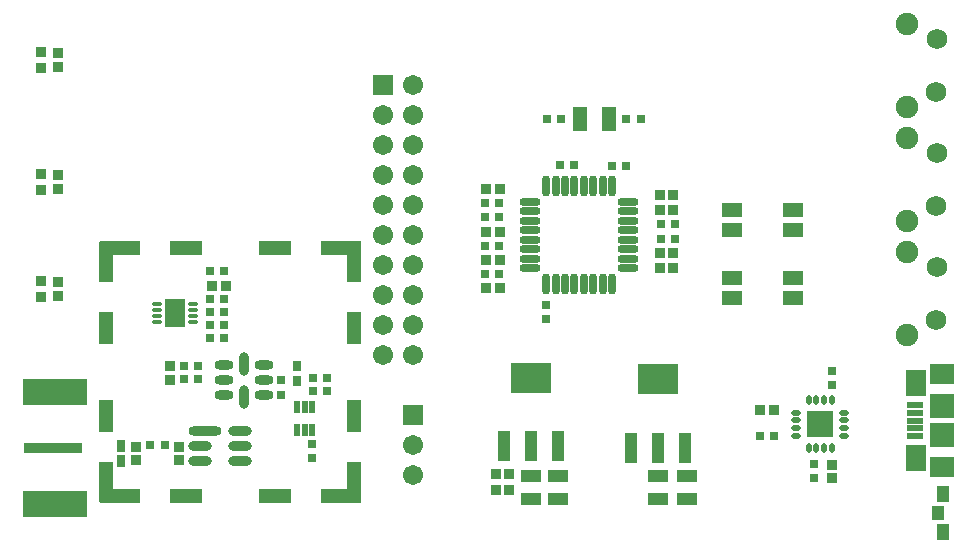
<source format=gts>
%FSLAX25Y25*%
%MOIN*%
G70*
G01*
G75*
G04 Layer_Color=8388736*
%ADD10C,0.01000*%
%ADD11C,0.01118*%
%ADD12C,0.01118*%
%ADD13R,0.05315X0.01575*%
%ADD14R,0.02559X0.02953*%
%ADD15R,0.20669X0.07874*%
%ADD16R,0.18701X0.02992*%
%ADD17R,0.02756X0.02756*%
%ADD18R,0.02953X0.02559*%
%ADD19R,0.03150X0.03937*%
%ADD20R,0.03543X0.04724*%
%ADD21R,0.07480X0.07480*%
%ADD22R,0.07480X0.06299*%
%ADD23R,0.06299X0.08268*%
%ADD24R,0.05906X0.03347*%
%ADD25R,0.03937X0.07087*%
%ADD26R,0.05709X0.03937*%
%ADD27R,0.02362X0.03150*%
%ADD28R,0.03543X0.09449*%
%ADD29R,0.12992X0.09449*%
%ADD30R,0.02362X0.02362*%
%ADD31R,0.02362X0.02362*%
%ADD32R,0.02362X0.02953*%
%ADD33R,0.01378X0.03347*%
%ADD34O,0.02362X0.07087*%
%ADD35O,0.05512X0.02362*%
%ADD36O,0.07087X0.02362*%
%ADD37O,0.10236X0.02362*%
%ADD38O,0.03347X0.00984*%
%ADD39R,0.06496X0.09370*%
%ADD40R,0.08189X0.08189*%
%ADD41O,0.02559X0.01181*%
%ADD42O,0.01181X0.02559*%
%ADD43R,0.10236X0.03937*%
%ADD44R,0.03937X0.10236*%
%ADD45R,0.03937X0.12992*%
%ADD46R,0.12992X0.03937*%
%ADD47O,0.02165X0.06693*%
%ADD48O,0.06693X0.02165*%
%ADD49C,0.01329*%
%ADD50C,0.02500*%
%ADD51C,0.01500*%
%ADD52C,0.01079*%
%ADD53R,0.36000X0.29000*%
%ADD54R,0.38000X0.29000*%
%ADD55R,0.05906X0.05906*%
%ADD56C,0.05906*%
%ADD57C,0.06000*%
%ADD58C,0.06693*%
%ADD59C,0.02500*%
%ADD60C,0.04000*%
%ADD61C,0.07543*%
G04:AMPARAMS|DCode=62|XSize=95.433mil|YSize=95.433mil|CornerRadius=0mil|HoleSize=0mil|Usage=FLASHONLY|Rotation=0.000|XOffset=0mil|YOffset=0mil|HoleType=Round|Shape=Relief|Width=10mil|Gap=10mil|Entries=4|*
%AMTHD62*
7,0,0,0.09543,0.07543,0.01000,45*
%
%ADD62THD62*%
G04:AMPARAMS|DCode=63|XSize=99.37mil|YSize=99.37mil|CornerRadius=0mil|HoleSize=0mil|Usage=FLASHONLY|Rotation=0.000|XOffset=0mil|YOffset=0mil|HoleType=Round|Shape=Relief|Width=10mil|Gap=10mil|Entries=4|*
%AMTHD63*
7,0,0,0.09937,0.07937,0.01000,45*
%
%ADD63THD63*%
G04:AMPARAMS|DCode=64|XSize=111.181mil|YSize=111.181mil|CornerRadius=0mil|HoleSize=0mil|Usage=FLASHONLY|Rotation=0.000|XOffset=0mil|YOffset=0mil|HoleType=Round|Shape=Relief|Width=10mil|Gap=10mil|Entries=4|*
%AMTHD64*
7,0,0,0.11118,0.09118,0.01000,45*
%
%ADD64THD64*%
%ADD65C,0.07937*%
%ADD66C,0.09118*%
%ADD67C,0.05500*%
%ADD68C,0.00984*%
%ADD69C,0.02362*%
%ADD70C,0.00394*%
%ADD71C,0.00787*%
%ADD72R,0.05709X0.01969*%
%ADD73R,0.03359X0.03753*%
%ADD74R,0.21469X0.08674*%
%ADD75R,0.19501X0.03792*%
%ADD76R,0.03556X0.03556*%
%ADD77R,0.03753X0.03359*%
%ADD78R,0.03950X0.04737*%
%ADD79R,0.04343X0.05524*%
%ADD80R,0.08280X0.08280*%
%ADD81R,0.08280X0.07099*%
%ADD82R,0.07099X0.09068*%
%ADD83R,0.06706X0.04147*%
%ADD84R,0.04737X0.07887*%
%ADD85R,0.06509X0.04737*%
%ADD86R,0.03162X0.03950*%
%ADD87R,0.04343X0.10249*%
%ADD88R,0.13792X0.10249*%
%ADD89R,0.03162X0.03162*%
%ADD90R,0.03162X0.03162*%
%ADD91R,0.03162X0.03753*%
%ADD92R,0.02178X0.04147*%
%ADD93O,0.03162X0.07887*%
%ADD94O,0.06312X0.03162*%
%ADD95O,0.07887X0.03162*%
%ADD96O,0.11036X0.03162*%
%ADD97O,0.03740X0.01378*%
%ADD98R,0.06890X0.09764*%
%ADD99R,0.08989X0.08989*%
%ADD100O,0.03359X0.01981*%
%ADD101O,0.01981X0.03359*%
%ADD102R,0.11036X0.04737*%
%ADD103R,0.04737X0.11036*%
%ADD104R,0.04737X0.13792*%
%ADD105R,0.13792X0.04737*%
%ADD106O,0.02559X0.07087*%
%ADD107O,0.07087X0.02559*%
%ADD108R,0.06706X0.06706*%
%ADD109C,0.06706*%
%ADD110C,0.06800*%
%ADD111C,0.07493*%
D72*
X297244Y65551D02*
D03*
Y68110D02*
D03*
Y62992D02*
D03*
Y70669D02*
D03*
Y73228D02*
D03*
D73*
X11811Y114272D02*
D03*
Y109744D02*
D03*
Y149902D02*
D03*
Y145374D02*
D03*
Y190532D02*
D03*
Y186004D02*
D03*
X269685Y53445D02*
D03*
Y48917D02*
D03*
X37795Y54823D02*
D03*
Y59350D02*
D03*
X51968Y54823D02*
D03*
Y59350D02*
D03*
X49000Y81636D02*
D03*
Y86164D02*
D03*
D74*
X10884Y77756D02*
D03*
Y40354D02*
D03*
D75*
X9900Y59055D02*
D03*
D76*
X5906Y191024D02*
D03*
Y185512D02*
D03*
Y150394D02*
D03*
Y144882D02*
D03*
Y114764D02*
D03*
Y109252D02*
D03*
D77*
X250295Y71653D02*
D03*
X245768D02*
D03*
X162106Y44882D02*
D03*
X157579D02*
D03*
Y50394D02*
D03*
X162106D02*
D03*
X158957Y112205D02*
D03*
X154429D02*
D03*
X158957Y121653D02*
D03*
X154429D02*
D03*
X158957Y131102D02*
D03*
X154429D02*
D03*
Y145276D02*
D03*
X158957D02*
D03*
X216831Y138189D02*
D03*
X212303D02*
D03*
Y143307D02*
D03*
X216831D02*
D03*
X212303Y124016D02*
D03*
X216831D02*
D03*
Y118898D02*
D03*
X212303D02*
D03*
X67564Y113100D02*
D03*
X63036D02*
D03*
D78*
X305118Y37402D02*
D03*
D79*
X306693Y43701D02*
D03*
Y31102D02*
D03*
D80*
X306299Y63386D02*
D03*
Y72835D02*
D03*
D81*
Y52756D02*
D03*
Y83465D02*
D03*
D82*
X297736Y55512D02*
D03*
Y80709D02*
D03*
D83*
X211811Y49508D02*
D03*
Y41831D02*
D03*
X221260Y49508D02*
D03*
Y41831D02*
D03*
X178347Y49508D02*
D03*
Y41831D02*
D03*
X169291Y49508D02*
D03*
Y41831D02*
D03*
D84*
X185630Y168504D02*
D03*
X195472D02*
D03*
D85*
X256594Y115551D02*
D03*
Y108858D02*
D03*
X236319Y115551D02*
D03*
Y108858D02*
D03*
Y131693D02*
D03*
Y138386D02*
D03*
X256594Y131693D02*
D03*
Y138386D02*
D03*
D86*
X32677Y54724D02*
D03*
Y59449D02*
D03*
D87*
X202756Y59055D02*
D03*
X211811D02*
D03*
X220866D02*
D03*
X160236Y59449D02*
D03*
X169291D02*
D03*
X178347D02*
D03*
D88*
X211811Y81890D02*
D03*
X169291Y82284D02*
D03*
D89*
X86221Y81496D02*
D03*
Y76772D02*
D03*
X96500Y55638D02*
D03*
Y60362D02*
D03*
X174400Y106662D02*
D03*
Y101938D02*
D03*
X269685Y79921D02*
D03*
Y84646D02*
D03*
X263779Y53543D02*
D03*
Y48819D02*
D03*
D90*
X67062Y117800D02*
D03*
X62338D02*
D03*
X62438Y95700D02*
D03*
X67162D02*
D03*
X62438Y100000D02*
D03*
X67162D02*
D03*
X62461Y104294D02*
D03*
X67185D02*
D03*
Y108624D02*
D03*
X62461D02*
D03*
X58412Y81796D02*
D03*
X53687D02*
D03*
X58412Y86127D02*
D03*
X53687D02*
D03*
X96657Y77909D02*
D03*
X101381D02*
D03*
X96657Y82239D02*
D03*
X101381D02*
D03*
X179527Y168504D02*
D03*
X174803D02*
D03*
X201181D02*
D03*
X205906D02*
D03*
X212598Y133465D02*
D03*
X217323D02*
D03*
X196438Y153100D02*
D03*
X201162D02*
D03*
X183862Y153300D02*
D03*
X179138D02*
D03*
X158661Y140551D02*
D03*
X153937D02*
D03*
X158661Y116929D02*
D03*
X153937D02*
D03*
X158661Y126378D02*
D03*
X153937D02*
D03*
X158661Y135827D02*
D03*
X153937D02*
D03*
X250394Y62992D02*
D03*
X245669D02*
D03*
X212598Y128740D02*
D03*
X217323D02*
D03*
X42520Y59842D02*
D03*
X47244D02*
D03*
D91*
X91339Y81398D02*
D03*
Y86319D02*
D03*
D92*
X96459Y72540D02*
D03*
X93900D02*
D03*
X91341D02*
D03*
Y65060D02*
D03*
X93900D02*
D03*
X96459D02*
D03*
D93*
X73622Y75984D02*
D03*
Y87008D02*
D03*
D94*
X66929Y76496D02*
D03*
Y81496D02*
D03*
Y86496D02*
D03*
X80315D02*
D03*
Y81496D02*
D03*
Y76496D02*
D03*
D95*
X72441Y64449D02*
D03*
Y59449D02*
D03*
Y54449D02*
D03*
X59055D02*
D03*
Y59449D02*
D03*
D96*
X60630Y64449D02*
D03*
D97*
X44882Y106890D02*
D03*
Y104921D02*
D03*
Y102953D02*
D03*
Y100984D02*
D03*
X56693D02*
D03*
Y102953D02*
D03*
Y104921D02*
D03*
Y106890D02*
D03*
D98*
X50787Y103937D02*
D03*
D99*
X265748Y66929D02*
D03*
D100*
X273721Y70768D02*
D03*
Y68209D02*
D03*
Y65650D02*
D03*
Y63090D02*
D03*
X257776D02*
D03*
Y65650D02*
D03*
Y68209D02*
D03*
Y70768D02*
D03*
D101*
X269587Y58957D02*
D03*
X267028D02*
D03*
X264469D02*
D03*
X261910D02*
D03*
Y74902D02*
D03*
X264469D02*
D03*
X267028D02*
D03*
X269587D02*
D03*
D102*
X83964Y42961D02*
D03*
X54436D02*
D03*
Y125639D02*
D03*
X83964D02*
D03*
D103*
X110539Y69536D02*
D03*
X27861D02*
D03*
Y99064D02*
D03*
X110539D02*
D03*
D104*
Y47489D02*
D03*
X27861D02*
D03*
Y121111D02*
D03*
X110539D02*
D03*
D105*
X106011Y42961D02*
D03*
X32389D02*
D03*
Y125639D02*
D03*
X106011D02*
D03*
D106*
X196457Y146260D02*
D03*
X193307D02*
D03*
X190157D02*
D03*
X187008D02*
D03*
X183858D02*
D03*
X180709D02*
D03*
X177559D02*
D03*
X174409D02*
D03*
Y113583D02*
D03*
X177559D02*
D03*
X180709D02*
D03*
X183858D02*
D03*
X187008D02*
D03*
X190157D02*
D03*
X193307D02*
D03*
X196457D02*
D03*
D107*
X169095Y140945D02*
D03*
Y137795D02*
D03*
Y134646D02*
D03*
Y131496D02*
D03*
Y128347D02*
D03*
Y125197D02*
D03*
Y122047D02*
D03*
Y118898D02*
D03*
X201772D02*
D03*
Y122047D02*
D03*
Y125197D02*
D03*
Y128347D02*
D03*
Y131496D02*
D03*
Y134646D02*
D03*
Y137795D02*
D03*
Y140945D02*
D03*
D108*
X120000Y180000D02*
D03*
X130000Y70000D02*
D03*
D109*
X120000Y170000D02*
D03*
X120000Y160000D02*
D03*
X130000D02*
D03*
X130000Y170000D02*
D03*
X130000Y180000D02*
D03*
Y150000D02*
D03*
X130000Y140000D02*
D03*
X130000Y130000D02*
D03*
X120000D02*
D03*
X120000Y140000D02*
D03*
X130000Y120000D02*
D03*
X130000Y110000D02*
D03*
X130000Y100000D02*
D03*
X120000D02*
D03*
X120000Y110000D02*
D03*
X130000Y90000D02*
D03*
X120000D02*
D03*
X120000Y150000D02*
D03*
Y120000D02*
D03*
X130000Y50000D02*
D03*
X130000Y60000D02*
D03*
D110*
X304498Y101552D02*
D03*
X304567Y119252D02*
D03*
X304498Y139552D02*
D03*
X304567Y157252D02*
D03*
X304498Y177552D02*
D03*
X304567Y195252D02*
D03*
D111*
X294812Y124269D02*
D03*
X294742Y96604D02*
D03*
X294812Y162269D02*
D03*
X294742Y134604D02*
D03*
X294812Y200269D02*
D03*
X294742Y172604D02*
D03*
M02*

</source>
